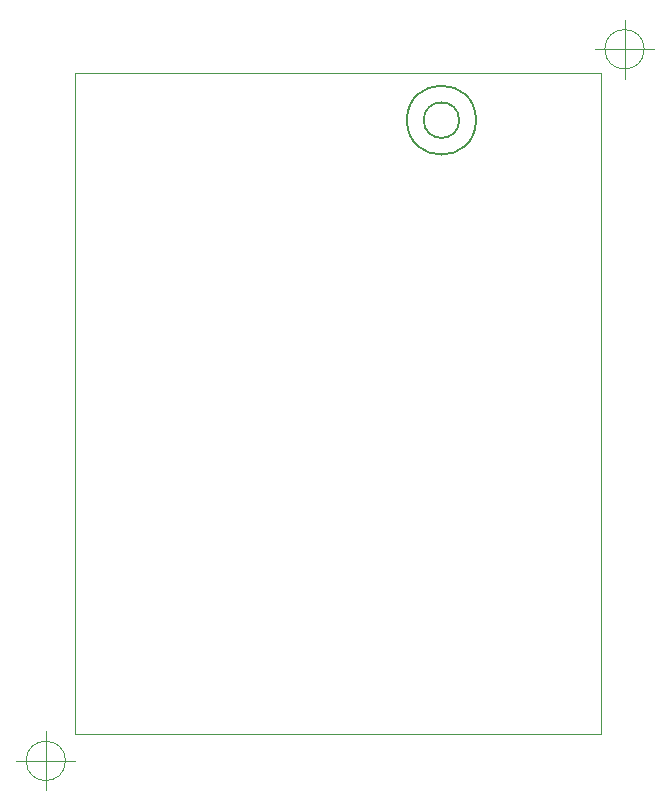
<source format=gbr>
%TF.GenerationSoftware,KiCad,Pcbnew,6.0.1*%
%TF.CreationDate,2022-06-20T01:56:13+02:00*%
%TF.ProjectId,PontHComplet_MK2,506f6e74-4843-46f6-9d70-6c65745f4d4b,rev?*%
%TF.SameCoordinates,Original*%
%TF.FileFunction,Legend,Bot*%
%TF.FilePolarity,Positive*%
%FSLAX46Y46*%
G04 Gerber Fmt 4.6, Leading zero omitted, Abs format (unit mm)*
G04 Created by KiCad (PCBNEW 6.0.1) date 2022-06-20 01:56:13*
%MOMM*%
%LPD*%
G01*
G04 APERTURE LIST*
%TA.AperFunction,Profile*%
%ADD10C,0.050000*%
%TD*%
%ADD11C,0.152400*%
%ADD12C,0.203200*%
%ADD13O,3.251200X1.727200*%
%ADD14R,1.700000X1.700000*%
%ADD15O,1.700000X1.700000*%
%ADD16O,2.003200X3.803200*%
%ADD17C,2.800000*%
G04 APERTURE END LIST*
D10*
X126000000Y-133000000D02*
X170500000Y-132983704D01*
X170500000Y-132983704D02*
X170500000Y-77000000D01*
X170500000Y-77000000D02*
X126000000Y-77000000D01*
X126000000Y-77000000D02*
X126000000Y-133000000D01*
X125166666Y-135250000D02*
G75*
G03*
X125166666Y-135250000I-1666666J0D01*
G01*
X121000000Y-135250000D02*
X126000000Y-135250000D01*
X123500000Y-132750000D02*
X123500000Y-137750000D01*
X174166666Y-75000000D02*
G75*
G03*
X174166666Y-75000000I-1666666J0D01*
G01*
X170000000Y-75000000D02*
X175000000Y-75000000D01*
X172500000Y-72500000D02*
X172500000Y-77500000D01*
D11*
%TO.C,H2*%
X159921000Y-81000000D02*
G75*
G03*
X159921000Y-81000000I-2921000J0D01*
G01*
D12*
X158500000Y-81000000D02*
G75*
G03*
X158500000Y-81000000I-1500000J0D01*
G01*
%TD*%
%LPC*%
D13*
%TO.C,JP1*%
X165401465Y-81739205D03*
X165401465Y-84279205D03*
X165401465Y-86819205D03*
%TD*%
D14*
%TO.C,JP2*%
X132080000Y-91440000D03*
D15*
X132080000Y-88900000D03*
X132080000Y-86360000D03*
X132080000Y-83820000D03*
X132080000Y-81280000D03*
%TD*%
D16*
%TO.C,MOTEUR_D1*%
X133933406Y-130010636D03*
X128853406Y-130010636D03*
X133933406Y-125010636D03*
X128853406Y-125010636D03*
%TD*%
%TO.C,MOTEUR_G1*%
X167791606Y-129999205D03*
X162711606Y-129999205D03*
X167791606Y-124999205D03*
X162711606Y-124999205D03*
%TD*%
%TO.C,X1*%
X146430577Y-80577102D03*
X151510577Y-80577102D03*
X146430577Y-85577102D03*
X151510577Y-85577102D03*
%TD*%
D17*
%TO.C,H1*%
X157000000Y-129173545D03*
%TD*%
%TO.C,H3*%
X137000000Y-81000000D03*
%TD*%
%TO.C,H2*%
X157000000Y-81000000D03*
%TD*%
M02*

</source>
